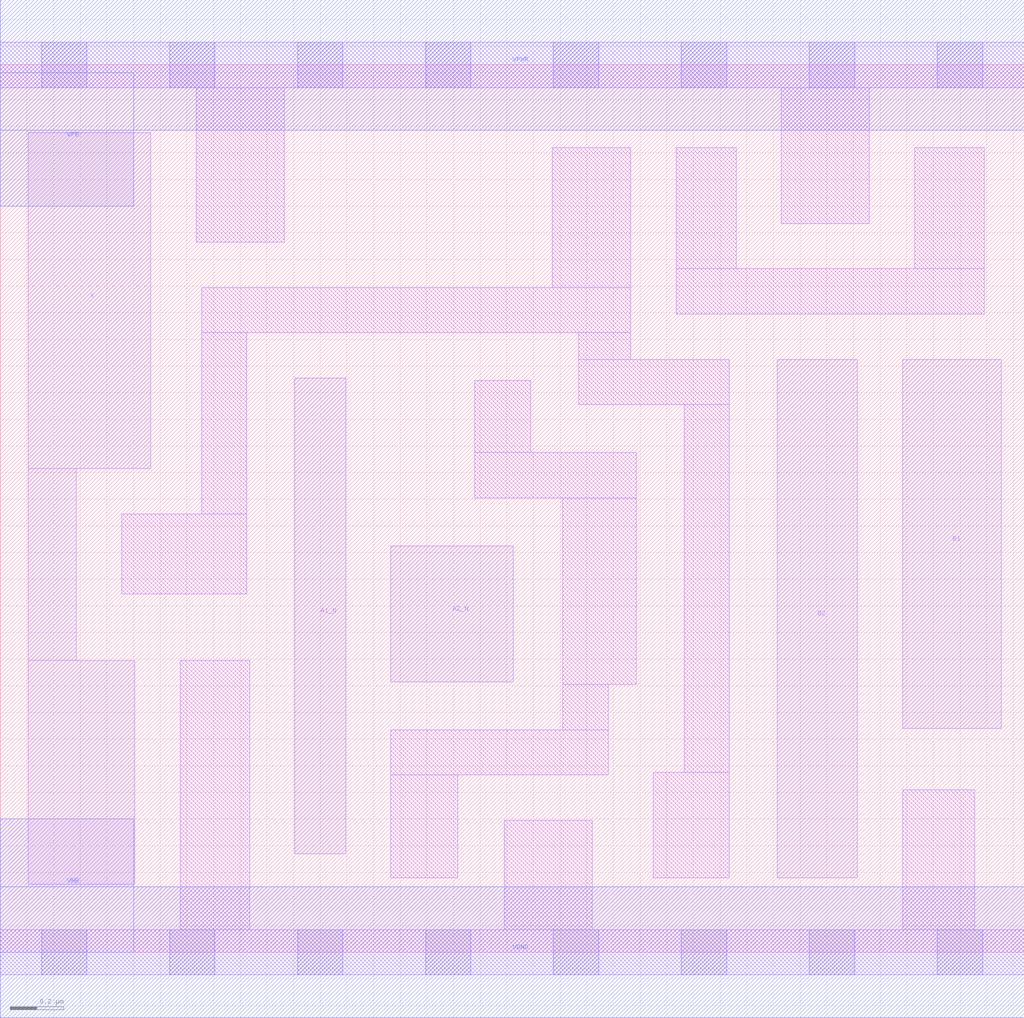
<source format=lef>
# Copyright 2020 The SkyWater PDK Authors
#
# Licensed under the Apache License, Version 2.0 (the "License");
# you may not use this file except in compliance with the License.
# You may obtain a copy of the License at
#
#     https://www.apache.org/licenses/LICENSE-2.0
#
# Unless required by applicable law or agreed to in writing, software
# distributed under the License is distributed on an "AS IS" BASIS,
# WITHOUT WARRANTIES OR CONDITIONS OF ANY KIND, either express or implied.
# See the License for the specific language governing permissions and
# limitations under the License.
#
# SPDX-License-Identifier: Apache-2.0

VERSION 5.5 ;
NAMESCASESENSITIVE ON ;
BUSBITCHARS "[]" ;
DIVIDERCHAR "/" ;
MACRO sky130_fd_sc_lp__a2bb2o_1
  CLASS CORE ;
  SOURCE USER ;
  ORIGIN  0.000000  0.000000 ;
  SIZE  3.840000 BY  3.330000 ;
  SYMMETRY X Y R90 ;
  SITE unit ;
  PIN A1_N
    ANTENNAGATEAREA  0.126000 ;
    DIRECTION INPUT ;
    USE SIGNAL ;
    PORT
      LAYER li1 ;
        RECT 1.105000 0.370000 1.295000 2.155000 ;
    END
  END A1_N
  PIN A2_N
    ANTENNAGATEAREA  0.126000 ;
    DIRECTION INPUT ;
    USE SIGNAL ;
    PORT
      LAYER li1 ;
        RECT 1.465000 1.015000 1.925000 1.525000 ;
    END
  END A2_N
  PIN B1
    ANTENNAGATEAREA  0.126000 ;
    DIRECTION INPUT ;
    USE SIGNAL ;
    PORT
      LAYER li1 ;
        RECT 3.385000 0.840000 3.755000 2.225000 ;
    END
  END B1
  PIN B2
    ANTENNAGATEAREA  0.126000 ;
    DIRECTION INPUT ;
    USE SIGNAL ;
    PORT
      LAYER li1 ;
        RECT 2.915000 0.280000 3.215000 2.225000 ;
    END
  END B2
  PIN X
    ANTENNADIFFAREA  0.556500 ;
    DIRECTION OUTPUT ;
    USE SIGNAL ;
    PORT
      LAYER li1 ;
        RECT 0.105000 0.255000 0.505000 1.095000 ;
        RECT 0.105000 1.095000 0.285000 1.815000 ;
        RECT 0.105000 1.815000 0.565000 3.075000 ;
    END
  END X
  PIN VGND
    DIRECTION INOUT ;
    USE GROUND ;
    PORT
      LAYER met1 ;
        RECT 0.000000 -0.245000 3.840000 0.245000 ;
    END
  END VGND
  PIN VNB
    DIRECTION INOUT ;
    USE GROUND ;
    PORT
      LAYER met1 ;
        RECT 0.000000 0.000000 0.500000 0.500000 ;
    END
  END VNB
  PIN VPB
    DIRECTION INOUT ;
    USE POWER ;
    PORT
      LAYER met1 ;
        RECT 0.000000 2.800000 0.500000 3.300000 ;
    END
  END VPB
  PIN VPWR
    DIRECTION INOUT ;
    USE POWER ;
    PORT
      LAYER met1 ;
        RECT 0.000000 3.085000 3.840000 3.575000 ;
    END
  END VPWR
  OBS
    LAYER li1 ;
      RECT 0.000000 -0.085000 3.840000 0.085000 ;
      RECT 0.000000  3.245000 3.840000 3.415000 ;
      RECT 0.455000  1.345000 0.925000 1.645000 ;
      RECT 0.675000  0.085000 0.935000 1.095000 ;
      RECT 0.735000  2.665000 1.065000 3.245000 ;
      RECT 0.755000  1.645000 0.925000 2.325000 ;
      RECT 0.755000  2.325000 2.365000 2.495000 ;
      RECT 1.465000  0.280000 1.715000 0.665000 ;
      RECT 1.465000  0.665000 2.280000 0.835000 ;
      RECT 1.780000  1.705000 2.385000 1.875000 ;
      RECT 1.780000  1.875000 1.990000 2.145000 ;
      RECT 1.890000  0.085000 2.220000 0.495000 ;
      RECT 2.070000  2.495000 2.365000 3.020000 ;
      RECT 2.110000  0.835000 2.280000 1.005000 ;
      RECT 2.110000  1.005000 2.385000 1.705000 ;
      RECT 2.170000  2.055000 2.735000 2.225000 ;
      RECT 2.170000  2.225000 2.365000 2.325000 ;
      RECT 2.450000  0.280000 2.735000 0.675000 ;
      RECT 2.535000  2.395000 3.690000 2.565000 ;
      RECT 2.535000  2.565000 2.760000 3.020000 ;
      RECT 2.565000  0.675000 2.735000 2.055000 ;
      RECT 2.930000  2.735000 3.260000 3.245000 ;
      RECT 3.385000  0.085000 3.655000 0.610000 ;
      RECT 3.430000  2.565000 3.690000 3.020000 ;
    LAYER mcon ;
      RECT 0.155000 -0.085000 0.325000 0.085000 ;
      RECT 0.155000  3.245000 0.325000 3.415000 ;
      RECT 0.635000 -0.085000 0.805000 0.085000 ;
      RECT 0.635000  3.245000 0.805000 3.415000 ;
      RECT 1.115000 -0.085000 1.285000 0.085000 ;
      RECT 1.115000  3.245000 1.285000 3.415000 ;
      RECT 1.595000 -0.085000 1.765000 0.085000 ;
      RECT 1.595000  3.245000 1.765000 3.415000 ;
      RECT 2.075000 -0.085000 2.245000 0.085000 ;
      RECT 2.075000  3.245000 2.245000 3.415000 ;
      RECT 2.555000 -0.085000 2.725000 0.085000 ;
      RECT 2.555000  3.245000 2.725000 3.415000 ;
      RECT 3.035000 -0.085000 3.205000 0.085000 ;
      RECT 3.035000  3.245000 3.205000 3.415000 ;
      RECT 3.515000 -0.085000 3.685000 0.085000 ;
      RECT 3.515000  3.245000 3.685000 3.415000 ;
  END
END sky130_fd_sc_lp__a2bb2o_1
END LIBRARY

</source>
